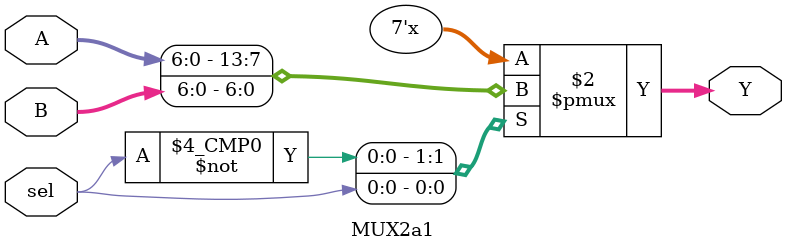
<source format=sv>
`timescale 1ns / 1ps
module MUX2a1(A, B, sel, Y);
input sel;
input [6:0] A, B;
output reg [6:0] Y;

always @(sel or A or B)
	begin
	case (sel)
		1'b0 : Y=A;
		1'b1 : Y=B;
	endcase
	end
	
endmodule

</source>
